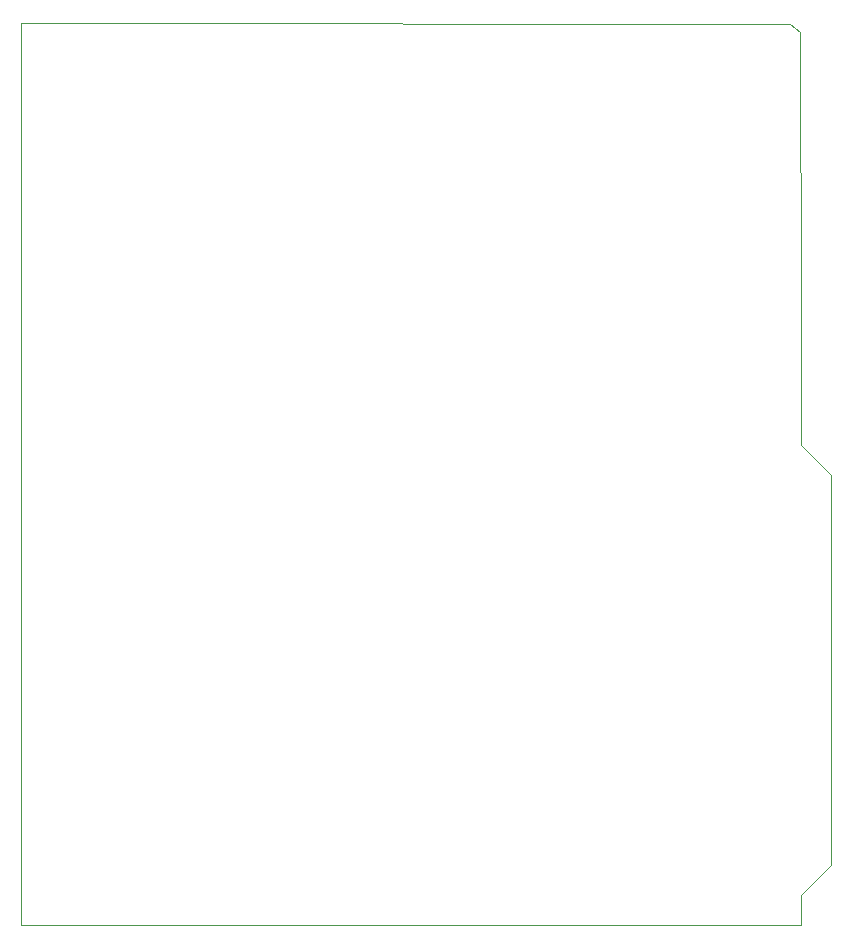
<source format=gm1>
%TF.GenerationSoftware,KiCad,Pcbnew,5.1.6-c6e7f7d~87~ubuntu20.04.1*%
%TF.CreationDate,2021-10-29T23:24:48+02:00*%
%TF.ProjectId,sb-cnc-shield,73622d63-6e63-42d7-9368-69656c642e6b,rev?*%
%TF.SameCoordinates,Original*%
%TF.FileFunction,Profile,NP*%
%FSLAX46Y46*%
G04 Gerber Fmt 4.6, Leading zero omitted, Abs format (unit mm)*
G04 Created by KiCad (PCBNEW 5.1.6-c6e7f7d~87~ubuntu20.04.1) date 2021-10-29 23:24:48*
%MOMM*%
%LPD*%
G01*
G04 APERTURE LIST*
%TA.AperFunction,Profile*%
%ADD10C,0.100000*%
%TD*%
G04 APERTURE END LIST*
D10*
X180289200Y-43764200D02*
X179451000Y-43078400D01*
X180289200Y-43764200D02*
X180340000Y-67310000D01*
X114300000Y-43053000D02*
X179451000Y-43078400D01*
X114300000Y-66040000D02*
X114300000Y-43053000D01*
X114300000Y-119380000D02*
X114300000Y-66040000D01*
X180340000Y-119380000D02*
X114300000Y-119380000D01*
X180340000Y-116840000D02*
X180340000Y-119380000D01*
X182880000Y-114300000D02*
X180340000Y-116840000D01*
X182880000Y-81280000D02*
X182880000Y-114300000D01*
X180340000Y-78740000D02*
X182880000Y-81280000D01*
X180340000Y-67310000D02*
X180340000Y-78740000D01*
M02*

</source>
